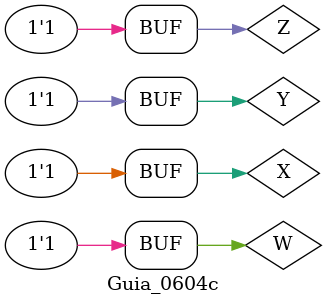
<source format=v>
/*
 Guia_0604c.v - v0.0. - 28 / 08 / 2022
 Autor    : Gabriel Vargas Bento de Souza
 Matricula: 778023
 */

/* 
 Produto das somas
                  ____
F(X, Y, W, Z) =   | |  M (4,8,10,13,14)
*/

/**
 PoS (4,8,10,13,14)
 */
module PoS (output S,
            input  X, Y, W, Z);
   assign S = ( X | ~Y |  W |  Z)   // 4
            & (~X |  Y |  W |  Z)   // 8
            & (~X |  Y | ~W |  Z)   // 10
            & (~X | ~Y |  W | ~Z)   // 13
            & (~X | ~Y | ~W |  Z);  // 14
endmodule // PoS 

/**
 PoS(4,8,10,13,14)_Simplificado = X'+Y +Z . X'+W'+Z . X +Y'+W +Z . X'+Y'+W +Z'
 */
module PoS_simple (output S,
                   input  X, Y, W, Z);
   assign S = (~X |  Y |  Z)
            & (~X | ~W |  Z)
            & ( X | ~Y |  W |  Z)
            & (~X | ~Y |  W | ~Z);
endmodule // PoS_simple

/**
  Guia_0604c.v
 */
module Guia_0604c;
   reg  X, Y, W, Z;
   wire S1, S2;
   
   // instancias
   PoS        POS1 (S1, X, Y, W, Z);
   PoS_simple POS2 (S2, X, Y, W, Z);
   
   // valores iniciais
   initial begin: start
      X=1'bx; Y=1'bx; W=1'bx; Z=1'bx;
   end

   // parte principal
   initial begin: main
       $display("Gabriel Vargas Bento de Souza - 778023");
       $display("Guia_06");
       $display("\n04.c) PoS (4,8,10,13,14)\n");

       // monitoramento
       $display(" X  Y  W  Z  S1  S2");
       $monitor("%2b %2b %2b %2b %2b %3b", X,  Y,  W,  Z,  S1, S2);

       // sinalizacao
          X=0; Y=0; W=0; Z=0;
       #1                Z=1;
       #1           W=1; Z=0;
       #1                Z=1;
       #1      Y=1; W=0; Z=0;
       #1                Z=1;
       #1           W=1; Z=0;
       #1                Z=1;
       #1 X=1; Y=0; W=0; Z=0;
       #1                Z=1;
       #1           W=1; Z=0;
       #1                Z=1;
       #1      Y=1; W=0; Z=0;
       #1                Z=1;
       #1           W=1; Z=0;
       #1                Z=1;
   end
endmodule // Guia_0604c

/*
C:\Users\Gabriel\Desktop\CC-PUC\2Periodo\ARQ1\Tarefas\Guia06>vvp Guia_0604c.vvp
Gabriel Vargas Bento de Souza - 778023
Guia_06

04.c) PoS (4,8,10,13,14)

 X  Y  W  Z  S1  S2
 0  0  0  0  1   1
 0  0  0  1  1   1
 0  0  1  0  1   1
 0  0  1  1  1   1
 0  1  0  0  0   0
 0  1  0  1  1   1
 0  1  1  0  1   1
 0  1  1  1  1   1
 1  0  0  0  0   0
 1  0  0  1  1   1
 1  0  1  0  0   0
 1  0  1  1  1   1
 1  1  0  0  1   1
 1  1  0  1  0   0
 1  1  1  0  0   0
 1  1  1  1  1   1

*/
</source>
